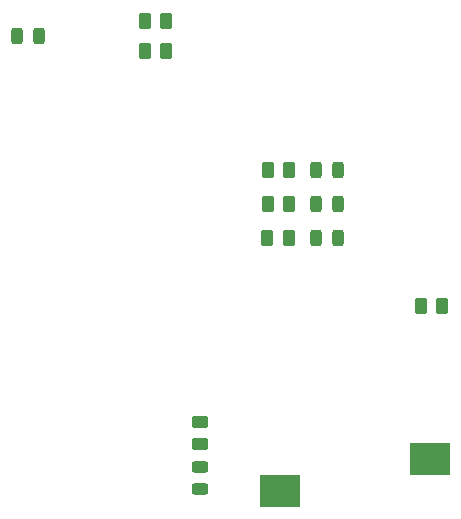
<source format=gbr>
%TF.GenerationSoftware,KiCad,Pcbnew,(6.0.4)*%
%TF.CreationDate,2023-05-30T10:31:34-05:00*%
%TF.ProjectId,Modulo de Practicas uPy,4d6f6475-6c6f-4206-9465-205072616374,rev?*%
%TF.SameCoordinates,Original*%
%TF.FileFunction,Paste,Top*%
%TF.FilePolarity,Positive*%
%FSLAX46Y46*%
G04 Gerber Fmt 4.6, Leading zero omitted, Abs format (unit mm)*
G04 Created by KiCad (PCBNEW (6.0.4)) date 2023-05-30 10:31:34*
%MOMM*%
%LPD*%
G01*
G04 APERTURE LIST*
G04 Aperture macros list*
%AMRoundRect*
0 Rectangle with rounded corners*
0 $1 Rounding radius*
0 $2 $3 $4 $5 $6 $7 $8 $9 X,Y pos of 4 corners*
0 Add a 4 corners polygon primitive as box body*
4,1,4,$2,$3,$4,$5,$6,$7,$8,$9,$2,$3,0*
0 Add four circle primitives for the rounded corners*
1,1,$1+$1,$2,$3*
1,1,$1+$1,$4,$5*
1,1,$1+$1,$6,$7*
1,1,$1+$1,$8,$9*
0 Add four rect primitives between the rounded corners*
20,1,$1+$1,$2,$3,$4,$5,0*
20,1,$1+$1,$4,$5,$6,$7,0*
20,1,$1+$1,$6,$7,$8,$9,0*
20,1,$1+$1,$8,$9,$2,$3,0*%
G04 Aperture macros list end*
%ADD10RoundRect,0.250000X0.262500X0.450000X-0.262500X0.450000X-0.262500X-0.450000X0.262500X-0.450000X0*%
%ADD11RoundRect,0.243750X-0.243750X-0.456250X0.243750X-0.456250X0.243750X0.456250X-0.243750X0.456250X0*%
%ADD12RoundRect,0.250000X-0.262500X-0.450000X0.262500X-0.450000X0.262500X0.450000X-0.262500X0.450000X0*%
%ADD13R,3.500000X2.700000*%
%ADD14RoundRect,0.243750X-0.456250X0.243750X-0.456250X-0.243750X0.456250X-0.243750X0.456250X0.243750X0*%
%ADD15RoundRect,0.250000X0.450000X-0.262500X0.450000X0.262500X-0.450000X0.262500X-0.450000X-0.262500X0*%
G04 APERTURE END LIST*
D10*
%TO.C,R6*%
X121827400Y-85394800D03*
X120002400Y-85394800D03*
%TD*%
D11*
%TO.C,D6*%
X124068100Y-88265000D03*
X125943100Y-88265000D03*
%TD*%
%TO.C,D2*%
X98757500Y-71120000D03*
X100632500Y-71120000D03*
%TD*%
D12*
%TO.C,R4*%
X109577500Y-72390000D03*
X111402500Y-72390000D03*
%TD*%
D13*
%TO.C,D1*%
X121031000Y-109655600D03*
X133731000Y-106955600D03*
%TD*%
D10*
%TO.C,R8*%
X121791100Y-88265000D03*
X119966100Y-88265000D03*
%TD*%
%TO.C,R7*%
X121827400Y-82524600D03*
X120002400Y-82524600D03*
%TD*%
D11*
%TO.C,D4*%
X124104400Y-85394800D03*
X125979400Y-85394800D03*
%TD*%
D14*
%TO.C,D3*%
X114300000Y-107647500D03*
X114300000Y-109522500D03*
%TD*%
D11*
%TO.C,D5*%
X124104400Y-82524600D03*
X125979400Y-82524600D03*
%TD*%
D12*
%TO.C,R5*%
X109577500Y-69850000D03*
X111402500Y-69850000D03*
%TD*%
D15*
%TO.C,R3*%
X114300000Y-105687500D03*
X114300000Y-103862500D03*
%TD*%
D12*
%TO.C,R1*%
X132970900Y-94005400D03*
X134795900Y-94005400D03*
%TD*%
M02*

</source>
